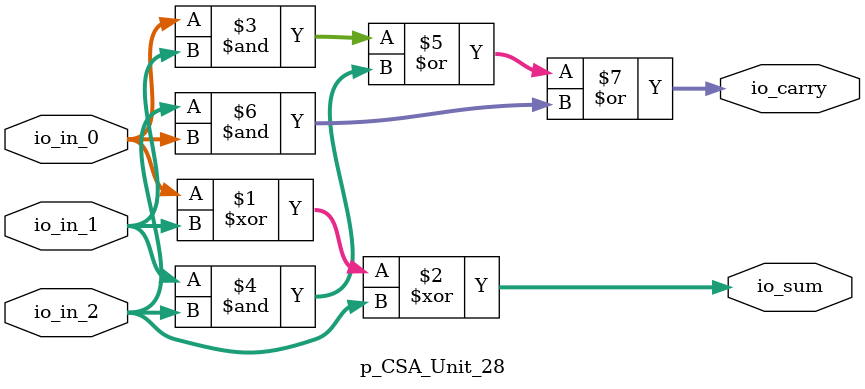
<source format=sv>
module p_CSA_Unit_28(
  input  [13:0] io_in_0,
                io_in_1,
                io_in_2,
  output [13:0] io_sum,
                io_carry
);

  assign io_sum = io_in_0 ^ io_in_1 ^ io_in_2;
  assign io_carry = io_in_0 & io_in_1 | io_in_1 & io_in_2 | io_in_2 & io_in_0;
endmodule


</source>
